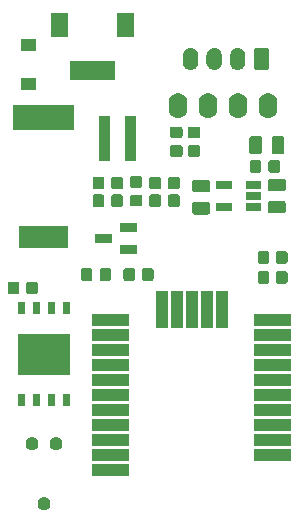
<source format=gbr>
G04 #@! TF.GenerationSoftware,KiCad,Pcbnew,(5.1.5)-3*
G04 #@! TF.CreationDate,2021-08-13T12:39:49-07:00*
G04 #@! TF.ProjectId,Freesk8-Robogotchi-v1.5,46726565-736b-4382-9d52-6f626f676f74,rev?*
G04 #@! TF.SameCoordinates,Original*
G04 #@! TF.FileFunction,Soldermask,Top*
G04 #@! TF.FilePolarity,Negative*
%FSLAX46Y46*%
G04 Gerber Fmt 4.6, Leading zero omitted, Abs format (unit mm)*
G04 Created by KiCad (PCBNEW (5.1.5)-3) date 2021-08-13 12:39:49*
%MOMM*%
%LPD*%
G04 APERTURE LIST*
%ADD10C,0.100000*%
G04 APERTURE END LIST*
D10*
G36*
X129859408Y-122214501D02*
G01*
X129958863Y-122255697D01*
X129958865Y-122255698D01*
X130003923Y-122285805D01*
X130048372Y-122315505D01*
X130124495Y-122391628D01*
X130184303Y-122481137D01*
X130225499Y-122580592D01*
X130246500Y-122686173D01*
X130246500Y-122793827D01*
X130225499Y-122899408D01*
X130184303Y-122998863D01*
X130184302Y-122998865D01*
X130124494Y-123088373D01*
X130048373Y-123164494D01*
X129958865Y-123224302D01*
X129958864Y-123224303D01*
X129958863Y-123224303D01*
X129859408Y-123265499D01*
X129753827Y-123286500D01*
X129646173Y-123286500D01*
X129540592Y-123265499D01*
X129441137Y-123224303D01*
X129441136Y-123224303D01*
X129441135Y-123224302D01*
X129351627Y-123164494D01*
X129275506Y-123088373D01*
X129215698Y-122998865D01*
X129215697Y-122998863D01*
X129174501Y-122899408D01*
X129153500Y-122793827D01*
X129153500Y-122686173D01*
X129174501Y-122580592D01*
X129215697Y-122481137D01*
X129275505Y-122391628D01*
X129351628Y-122315505D01*
X129396077Y-122285805D01*
X129441135Y-122255698D01*
X129441137Y-122255697D01*
X129540592Y-122214501D01*
X129646173Y-122193500D01*
X129753827Y-122193500D01*
X129859408Y-122214501D01*
G37*
G36*
X136901000Y-120426000D02*
G01*
X133799000Y-120426000D01*
X133799000Y-119424000D01*
X136901000Y-119424000D01*
X136901000Y-120426000D01*
G37*
G36*
X136901000Y-119156000D02*
G01*
X133799000Y-119156000D01*
X133799000Y-118154000D01*
X136901000Y-118154000D01*
X136901000Y-119156000D01*
G37*
G36*
X150601000Y-119156000D02*
G01*
X147499000Y-119156000D01*
X147499000Y-118154000D01*
X150601000Y-118154000D01*
X150601000Y-119156000D01*
G37*
G36*
X130875408Y-117134501D02*
G01*
X130974863Y-117175697D01*
X130974865Y-117175698D01*
X131019923Y-117205805D01*
X131064372Y-117235505D01*
X131140495Y-117311628D01*
X131200303Y-117401137D01*
X131241499Y-117500592D01*
X131262500Y-117606173D01*
X131262500Y-117713827D01*
X131241499Y-117819408D01*
X131213915Y-117886000D01*
X131200302Y-117918865D01*
X131140494Y-118008373D01*
X131064373Y-118084494D01*
X130974865Y-118144302D01*
X130974864Y-118144303D01*
X130974863Y-118144303D01*
X130875408Y-118185499D01*
X130769827Y-118206500D01*
X130662173Y-118206500D01*
X130556592Y-118185499D01*
X130457137Y-118144303D01*
X130457136Y-118144303D01*
X130457135Y-118144302D01*
X130367627Y-118084494D01*
X130291506Y-118008373D01*
X130231698Y-117918865D01*
X130218085Y-117886000D01*
X130190501Y-117819408D01*
X130169500Y-117713827D01*
X130169500Y-117606173D01*
X130190501Y-117500592D01*
X130231697Y-117401137D01*
X130291505Y-117311628D01*
X130367628Y-117235505D01*
X130412077Y-117205805D01*
X130457135Y-117175698D01*
X130457137Y-117175697D01*
X130556592Y-117134501D01*
X130662173Y-117113500D01*
X130769827Y-117113500D01*
X130875408Y-117134501D01*
G37*
G36*
X128843408Y-117134501D02*
G01*
X128942863Y-117175697D01*
X128942865Y-117175698D01*
X128987923Y-117205805D01*
X129032372Y-117235505D01*
X129108495Y-117311628D01*
X129168303Y-117401137D01*
X129209499Y-117500592D01*
X129230500Y-117606173D01*
X129230500Y-117713827D01*
X129209499Y-117819408D01*
X129181915Y-117886000D01*
X129168302Y-117918865D01*
X129108494Y-118008373D01*
X129032373Y-118084494D01*
X128942865Y-118144302D01*
X128942864Y-118144303D01*
X128942863Y-118144303D01*
X128843408Y-118185499D01*
X128737827Y-118206500D01*
X128630173Y-118206500D01*
X128524592Y-118185499D01*
X128425137Y-118144303D01*
X128425136Y-118144303D01*
X128425135Y-118144302D01*
X128335627Y-118084494D01*
X128259506Y-118008373D01*
X128199698Y-117918865D01*
X128186085Y-117886000D01*
X128158501Y-117819408D01*
X128137500Y-117713827D01*
X128137500Y-117606173D01*
X128158501Y-117500592D01*
X128199697Y-117401137D01*
X128259505Y-117311628D01*
X128335628Y-117235505D01*
X128380077Y-117205805D01*
X128425135Y-117175698D01*
X128425137Y-117175697D01*
X128524592Y-117134501D01*
X128630173Y-117113500D01*
X128737827Y-117113500D01*
X128843408Y-117134501D01*
G37*
G36*
X150601000Y-117886000D02*
G01*
X147499000Y-117886000D01*
X147499000Y-116884000D01*
X150601000Y-116884000D01*
X150601000Y-117886000D01*
G37*
G36*
X136901000Y-117886000D02*
G01*
X133799000Y-117886000D01*
X133799000Y-116884000D01*
X136901000Y-116884000D01*
X136901000Y-117886000D01*
G37*
G36*
X136901000Y-116616000D02*
G01*
X133799000Y-116616000D01*
X133799000Y-115614000D01*
X136901000Y-115614000D01*
X136901000Y-116616000D01*
G37*
G36*
X150601000Y-116616000D02*
G01*
X147499000Y-116616000D01*
X147499000Y-115614000D01*
X150601000Y-115614000D01*
X150601000Y-116616000D01*
G37*
G36*
X150601000Y-115346000D02*
G01*
X147499000Y-115346000D01*
X147499000Y-114344000D01*
X150601000Y-114344000D01*
X150601000Y-115346000D01*
G37*
G36*
X136901000Y-115346000D02*
G01*
X133799000Y-115346000D01*
X133799000Y-114344000D01*
X136901000Y-114344000D01*
X136901000Y-115346000D01*
G37*
G36*
X131876000Y-114516000D02*
G01*
X131334000Y-114516000D01*
X131334000Y-113474000D01*
X131876000Y-113474000D01*
X131876000Y-114516000D01*
G37*
G36*
X128066000Y-114516000D02*
G01*
X127524000Y-114516000D01*
X127524000Y-113474000D01*
X128066000Y-113474000D01*
X128066000Y-114516000D01*
G37*
G36*
X130606000Y-114516000D02*
G01*
X130064000Y-114516000D01*
X130064000Y-113474000D01*
X130606000Y-113474000D01*
X130606000Y-114516000D01*
G37*
G36*
X129336000Y-114516000D02*
G01*
X128794000Y-114516000D01*
X128794000Y-113474000D01*
X129336000Y-113474000D01*
X129336000Y-114516000D01*
G37*
G36*
X150601000Y-114076000D02*
G01*
X147499000Y-114076000D01*
X147499000Y-113074000D01*
X150601000Y-113074000D01*
X150601000Y-114076000D01*
G37*
G36*
X136901000Y-114076000D02*
G01*
X133799000Y-114076000D01*
X133799000Y-113074000D01*
X136901000Y-113074000D01*
X136901000Y-114076000D01*
G37*
G36*
X136901000Y-112806000D02*
G01*
X133799000Y-112806000D01*
X133799000Y-111804000D01*
X136901000Y-111804000D01*
X136901000Y-112806000D01*
G37*
G36*
X150601000Y-112806000D02*
G01*
X147499000Y-112806000D01*
X147499000Y-111804000D01*
X150601000Y-111804000D01*
X150601000Y-112806000D01*
G37*
G36*
X131901000Y-111851000D02*
G01*
X127499000Y-111851000D01*
X127499000Y-108349000D01*
X131901000Y-108349000D01*
X131901000Y-111851000D01*
G37*
G36*
X136901000Y-111536000D02*
G01*
X133799000Y-111536000D01*
X133799000Y-110534000D01*
X136901000Y-110534000D01*
X136901000Y-111536000D01*
G37*
G36*
X150601000Y-111536000D02*
G01*
X147499000Y-111536000D01*
X147499000Y-110534000D01*
X150601000Y-110534000D01*
X150601000Y-111536000D01*
G37*
G36*
X136901000Y-110266000D02*
G01*
X133799000Y-110266000D01*
X133799000Y-109264000D01*
X136901000Y-109264000D01*
X136901000Y-110266000D01*
G37*
G36*
X150601000Y-110266000D02*
G01*
X147499000Y-110266000D01*
X147499000Y-109264000D01*
X150601000Y-109264000D01*
X150601000Y-110266000D01*
G37*
G36*
X150601000Y-108996000D02*
G01*
X147499000Y-108996000D01*
X147499000Y-107994000D01*
X150601000Y-107994000D01*
X150601000Y-108996000D01*
G37*
G36*
X136901000Y-108996000D02*
G01*
X133799000Y-108996000D01*
X133799000Y-107994000D01*
X136901000Y-107994000D01*
X136901000Y-108996000D01*
G37*
G36*
X145241000Y-107876000D02*
G01*
X144239000Y-107876000D01*
X144239000Y-104774000D01*
X145241000Y-104774000D01*
X145241000Y-107876000D01*
G37*
G36*
X143971000Y-107876000D02*
G01*
X142969000Y-107876000D01*
X142969000Y-104774000D01*
X143971000Y-104774000D01*
X143971000Y-107876000D01*
G37*
G36*
X142701000Y-107876000D02*
G01*
X141699000Y-107876000D01*
X141699000Y-104774000D01*
X142701000Y-104774000D01*
X142701000Y-107876000D01*
G37*
G36*
X141431000Y-107876000D02*
G01*
X140429000Y-107876000D01*
X140429000Y-104774000D01*
X141431000Y-104774000D01*
X141431000Y-107876000D01*
G37*
G36*
X140161000Y-107876000D02*
G01*
X139159000Y-107876000D01*
X139159000Y-104774000D01*
X140161000Y-104774000D01*
X140161000Y-107876000D01*
G37*
G36*
X150601000Y-107726000D02*
G01*
X147499000Y-107726000D01*
X147499000Y-106724000D01*
X150601000Y-106724000D01*
X150601000Y-107726000D01*
G37*
G36*
X136901000Y-107726000D02*
G01*
X133799000Y-107726000D01*
X133799000Y-106724000D01*
X136901000Y-106724000D01*
X136901000Y-107726000D01*
G37*
G36*
X131876000Y-106726000D02*
G01*
X131334000Y-106726000D01*
X131334000Y-105684000D01*
X131876000Y-105684000D01*
X131876000Y-106726000D01*
G37*
G36*
X130606000Y-106726000D02*
G01*
X130064000Y-106726000D01*
X130064000Y-105684000D01*
X130606000Y-105684000D01*
X130606000Y-106726000D01*
G37*
G36*
X128066000Y-106726000D02*
G01*
X127524000Y-106726000D01*
X127524000Y-105684000D01*
X128066000Y-105684000D01*
X128066000Y-106726000D01*
G37*
G36*
X129336000Y-106726000D02*
G01*
X128794000Y-106726000D01*
X128794000Y-105684000D01*
X129336000Y-105684000D01*
X129336000Y-106726000D01*
G37*
G36*
X129029591Y-103978085D02*
G01*
X129063569Y-103988393D01*
X129094890Y-104005134D01*
X129122339Y-104027661D01*
X129144866Y-104055110D01*
X129161607Y-104086431D01*
X129171915Y-104120409D01*
X129176000Y-104161890D01*
X129176000Y-104838110D01*
X129171915Y-104879591D01*
X129161607Y-104913569D01*
X129144866Y-104944890D01*
X129122339Y-104972339D01*
X129094890Y-104994866D01*
X129063569Y-105011607D01*
X129029591Y-105021915D01*
X128988110Y-105026000D01*
X128386890Y-105026000D01*
X128345409Y-105021915D01*
X128311431Y-105011607D01*
X128280110Y-104994866D01*
X128252661Y-104972339D01*
X128230134Y-104944890D01*
X128213393Y-104913569D01*
X128203085Y-104879591D01*
X128199000Y-104838110D01*
X128199000Y-104161890D01*
X128203085Y-104120409D01*
X128213393Y-104086431D01*
X128230134Y-104055110D01*
X128252661Y-104027661D01*
X128280110Y-104005134D01*
X128311431Y-103988393D01*
X128345409Y-103978085D01*
X128386890Y-103974000D01*
X128988110Y-103974000D01*
X129029591Y-103978085D01*
G37*
G36*
X127454591Y-103978085D02*
G01*
X127488569Y-103988393D01*
X127519890Y-104005134D01*
X127547339Y-104027661D01*
X127569866Y-104055110D01*
X127586607Y-104086431D01*
X127596915Y-104120409D01*
X127601000Y-104161890D01*
X127601000Y-104838110D01*
X127596915Y-104879591D01*
X127586607Y-104913569D01*
X127569866Y-104944890D01*
X127547339Y-104972339D01*
X127519890Y-104994866D01*
X127488569Y-105011607D01*
X127454591Y-105021915D01*
X127413110Y-105026000D01*
X126811890Y-105026000D01*
X126770409Y-105021915D01*
X126736431Y-105011607D01*
X126705110Y-104994866D01*
X126677661Y-104972339D01*
X126655134Y-104944890D01*
X126638393Y-104913569D01*
X126628085Y-104879591D01*
X126624000Y-104838110D01*
X126624000Y-104161890D01*
X126628085Y-104120409D01*
X126638393Y-104086431D01*
X126655134Y-104055110D01*
X126677661Y-104027661D01*
X126705110Y-104005134D01*
X126736431Y-103988393D01*
X126770409Y-103978085D01*
X126811890Y-103974000D01*
X127413110Y-103974000D01*
X127454591Y-103978085D01*
G37*
G36*
X148604591Y-103078085D02*
G01*
X148638569Y-103088393D01*
X148669890Y-103105134D01*
X148697339Y-103127661D01*
X148719866Y-103155110D01*
X148736607Y-103186431D01*
X148746915Y-103220409D01*
X148751000Y-103261890D01*
X148751000Y-103938110D01*
X148746915Y-103979591D01*
X148736607Y-104013569D01*
X148719866Y-104044890D01*
X148697339Y-104072339D01*
X148669890Y-104094866D01*
X148638569Y-104111607D01*
X148604591Y-104121915D01*
X148563110Y-104126000D01*
X147961890Y-104126000D01*
X147920409Y-104121915D01*
X147886431Y-104111607D01*
X147855110Y-104094866D01*
X147827661Y-104072339D01*
X147805134Y-104044890D01*
X147788393Y-104013569D01*
X147778085Y-103979591D01*
X147774000Y-103938110D01*
X147774000Y-103261890D01*
X147778085Y-103220409D01*
X147788393Y-103186431D01*
X147805134Y-103155110D01*
X147827661Y-103127661D01*
X147855110Y-103105134D01*
X147886431Y-103088393D01*
X147920409Y-103078085D01*
X147961890Y-103074000D01*
X148563110Y-103074000D01*
X148604591Y-103078085D01*
G37*
G36*
X150179591Y-103078085D02*
G01*
X150213569Y-103088393D01*
X150244890Y-103105134D01*
X150272339Y-103127661D01*
X150294866Y-103155110D01*
X150311607Y-103186431D01*
X150321915Y-103220409D01*
X150326000Y-103261890D01*
X150326000Y-103938110D01*
X150321915Y-103979591D01*
X150311607Y-104013569D01*
X150294866Y-104044890D01*
X150272339Y-104072339D01*
X150244890Y-104094866D01*
X150213569Y-104111607D01*
X150179591Y-104121915D01*
X150138110Y-104126000D01*
X149536890Y-104126000D01*
X149495409Y-104121915D01*
X149461431Y-104111607D01*
X149430110Y-104094866D01*
X149402661Y-104072339D01*
X149380134Y-104044890D01*
X149363393Y-104013569D01*
X149353085Y-103979591D01*
X149349000Y-103938110D01*
X149349000Y-103261890D01*
X149353085Y-103220409D01*
X149363393Y-103186431D01*
X149380134Y-103155110D01*
X149402661Y-103127661D01*
X149430110Y-103105134D01*
X149461431Y-103088393D01*
X149495409Y-103078085D01*
X149536890Y-103074000D01*
X150138110Y-103074000D01*
X150179591Y-103078085D01*
G37*
G36*
X137254591Y-102828085D02*
G01*
X137288569Y-102838393D01*
X137319890Y-102855134D01*
X137347339Y-102877661D01*
X137369866Y-102905110D01*
X137386607Y-102936431D01*
X137396915Y-102970409D01*
X137401000Y-103011890D01*
X137401000Y-103688110D01*
X137396915Y-103729591D01*
X137386607Y-103763569D01*
X137369866Y-103794890D01*
X137347339Y-103822339D01*
X137319890Y-103844866D01*
X137288569Y-103861607D01*
X137254591Y-103871915D01*
X137213110Y-103876000D01*
X136611890Y-103876000D01*
X136570409Y-103871915D01*
X136536431Y-103861607D01*
X136505110Y-103844866D01*
X136477661Y-103822339D01*
X136455134Y-103794890D01*
X136438393Y-103763569D01*
X136428085Y-103729591D01*
X136424000Y-103688110D01*
X136424000Y-103011890D01*
X136428085Y-102970409D01*
X136438393Y-102936431D01*
X136455134Y-102905110D01*
X136477661Y-102877661D01*
X136505110Y-102855134D01*
X136536431Y-102838393D01*
X136570409Y-102828085D01*
X136611890Y-102824000D01*
X137213110Y-102824000D01*
X137254591Y-102828085D01*
G37*
G36*
X138829591Y-102828085D02*
G01*
X138863569Y-102838393D01*
X138894890Y-102855134D01*
X138922339Y-102877661D01*
X138944866Y-102905110D01*
X138961607Y-102936431D01*
X138971915Y-102970409D01*
X138976000Y-103011890D01*
X138976000Y-103688110D01*
X138971915Y-103729591D01*
X138961607Y-103763569D01*
X138944866Y-103794890D01*
X138922339Y-103822339D01*
X138894890Y-103844866D01*
X138863569Y-103861607D01*
X138829591Y-103871915D01*
X138788110Y-103876000D01*
X138186890Y-103876000D01*
X138145409Y-103871915D01*
X138111431Y-103861607D01*
X138080110Y-103844866D01*
X138052661Y-103822339D01*
X138030134Y-103794890D01*
X138013393Y-103763569D01*
X138003085Y-103729591D01*
X137999000Y-103688110D01*
X137999000Y-103011890D01*
X138003085Y-102970409D01*
X138013393Y-102936431D01*
X138030134Y-102905110D01*
X138052661Y-102877661D01*
X138080110Y-102855134D01*
X138111431Y-102838393D01*
X138145409Y-102828085D01*
X138186890Y-102824000D01*
X138788110Y-102824000D01*
X138829591Y-102828085D01*
G37*
G36*
X135229591Y-102828085D02*
G01*
X135263569Y-102838393D01*
X135294890Y-102855134D01*
X135322339Y-102877661D01*
X135344866Y-102905110D01*
X135361607Y-102936431D01*
X135371915Y-102970409D01*
X135376000Y-103011890D01*
X135376000Y-103688110D01*
X135371915Y-103729591D01*
X135361607Y-103763569D01*
X135344866Y-103794890D01*
X135322339Y-103822339D01*
X135294890Y-103844866D01*
X135263569Y-103861607D01*
X135229591Y-103871915D01*
X135188110Y-103876000D01*
X134586890Y-103876000D01*
X134545409Y-103871915D01*
X134511431Y-103861607D01*
X134480110Y-103844866D01*
X134452661Y-103822339D01*
X134430134Y-103794890D01*
X134413393Y-103763569D01*
X134403085Y-103729591D01*
X134399000Y-103688110D01*
X134399000Y-103011890D01*
X134403085Y-102970409D01*
X134413393Y-102936431D01*
X134430134Y-102905110D01*
X134452661Y-102877661D01*
X134480110Y-102855134D01*
X134511431Y-102838393D01*
X134545409Y-102828085D01*
X134586890Y-102824000D01*
X135188110Y-102824000D01*
X135229591Y-102828085D01*
G37*
G36*
X133654591Y-102828085D02*
G01*
X133688569Y-102838393D01*
X133719890Y-102855134D01*
X133747339Y-102877661D01*
X133769866Y-102905110D01*
X133786607Y-102936431D01*
X133796915Y-102970409D01*
X133801000Y-103011890D01*
X133801000Y-103688110D01*
X133796915Y-103729591D01*
X133786607Y-103763569D01*
X133769866Y-103794890D01*
X133747339Y-103822339D01*
X133719890Y-103844866D01*
X133688569Y-103861607D01*
X133654591Y-103871915D01*
X133613110Y-103876000D01*
X133011890Y-103876000D01*
X132970409Y-103871915D01*
X132936431Y-103861607D01*
X132905110Y-103844866D01*
X132877661Y-103822339D01*
X132855134Y-103794890D01*
X132838393Y-103763569D01*
X132828085Y-103729591D01*
X132824000Y-103688110D01*
X132824000Y-103011890D01*
X132828085Y-102970409D01*
X132838393Y-102936431D01*
X132855134Y-102905110D01*
X132877661Y-102877661D01*
X132905110Y-102855134D01*
X132936431Y-102838393D01*
X132970409Y-102828085D01*
X133011890Y-102824000D01*
X133613110Y-102824000D01*
X133654591Y-102828085D01*
G37*
G36*
X148604591Y-101378085D02*
G01*
X148638569Y-101388393D01*
X148669890Y-101405134D01*
X148697339Y-101427661D01*
X148719866Y-101455110D01*
X148736607Y-101486431D01*
X148746915Y-101520409D01*
X148751000Y-101561890D01*
X148751000Y-102238110D01*
X148746915Y-102279591D01*
X148736607Y-102313569D01*
X148719866Y-102344890D01*
X148697339Y-102372339D01*
X148669890Y-102394866D01*
X148638569Y-102411607D01*
X148604591Y-102421915D01*
X148563110Y-102426000D01*
X147961890Y-102426000D01*
X147920409Y-102421915D01*
X147886431Y-102411607D01*
X147855110Y-102394866D01*
X147827661Y-102372339D01*
X147805134Y-102344890D01*
X147788393Y-102313569D01*
X147778085Y-102279591D01*
X147774000Y-102238110D01*
X147774000Y-101561890D01*
X147778085Y-101520409D01*
X147788393Y-101486431D01*
X147805134Y-101455110D01*
X147827661Y-101427661D01*
X147855110Y-101405134D01*
X147886431Y-101388393D01*
X147920409Y-101378085D01*
X147961890Y-101374000D01*
X148563110Y-101374000D01*
X148604591Y-101378085D01*
G37*
G36*
X150179591Y-101378085D02*
G01*
X150213569Y-101388393D01*
X150244890Y-101405134D01*
X150272339Y-101427661D01*
X150294866Y-101455110D01*
X150311607Y-101486431D01*
X150321915Y-101520409D01*
X150326000Y-101561890D01*
X150326000Y-102238110D01*
X150321915Y-102279591D01*
X150311607Y-102313569D01*
X150294866Y-102344890D01*
X150272339Y-102372339D01*
X150244890Y-102394866D01*
X150213569Y-102411607D01*
X150179591Y-102421915D01*
X150138110Y-102426000D01*
X149536890Y-102426000D01*
X149495409Y-102421915D01*
X149461431Y-102411607D01*
X149430110Y-102394866D01*
X149402661Y-102372339D01*
X149380134Y-102344890D01*
X149363393Y-102313569D01*
X149353085Y-102279591D01*
X149349000Y-102238110D01*
X149349000Y-101561890D01*
X149353085Y-101520409D01*
X149363393Y-101486431D01*
X149380134Y-101455110D01*
X149402661Y-101427661D01*
X149430110Y-101405134D01*
X149461431Y-101388393D01*
X149495409Y-101378085D01*
X149536890Y-101374000D01*
X150138110Y-101374000D01*
X150179591Y-101378085D01*
G37*
G36*
X137570000Y-101620000D02*
G01*
X136130000Y-101620000D01*
X136130000Y-100880000D01*
X137570000Y-100880000D01*
X137570000Y-101620000D01*
G37*
G36*
X131701000Y-101076000D02*
G01*
X127599000Y-101076000D01*
X127599000Y-99274000D01*
X131701000Y-99274000D01*
X131701000Y-101076000D01*
G37*
G36*
X135470000Y-100670000D02*
G01*
X134030000Y-100670000D01*
X134030000Y-99930000D01*
X135470000Y-99930000D01*
X135470000Y-100670000D01*
G37*
G36*
X137570000Y-99720000D02*
G01*
X136130000Y-99720000D01*
X136130000Y-98980000D01*
X137570000Y-98980000D01*
X137570000Y-99720000D01*
G37*
G36*
X143584468Y-97203565D02*
G01*
X143623138Y-97215296D01*
X143658777Y-97234346D01*
X143690017Y-97259983D01*
X143715654Y-97291223D01*
X143734704Y-97326862D01*
X143746435Y-97365532D01*
X143751000Y-97411888D01*
X143751000Y-98063112D01*
X143746435Y-98109468D01*
X143734704Y-98148138D01*
X143715654Y-98183777D01*
X143690017Y-98215017D01*
X143658777Y-98240654D01*
X143623138Y-98259704D01*
X143584468Y-98271435D01*
X143538112Y-98276000D01*
X142461888Y-98276000D01*
X142415532Y-98271435D01*
X142376862Y-98259704D01*
X142341223Y-98240654D01*
X142309983Y-98215017D01*
X142284346Y-98183777D01*
X142265296Y-98148138D01*
X142253565Y-98109468D01*
X142249000Y-98063112D01*
X142249000Y-97411888D01*
X142253565Y-97365532D01*
X142265296Y-97326862D01*
X142284346Y-97291223D01*
X142309983Y-97259983D01*
X142341223Y-97234346D01*
X142376862Y-97215296D01*
X142415532Y-97203565D01*
X142461888Y-97199000D01*
X143538112Y-97199000D01*
X143584468Y-97203565D01*
G37*
G36*
X149984468Y-97103565D02*
G01*
X150023138Y-97115296D01*
X150058777Y-97134346D01*
X150090017Y-97159983D01*
X150115654Y-97191223D01*
X150134704Y-97226862D01*
X150146435Y-97265532D01*
X150151000Y-97311888D01*
X150151000Y-97963112D01*
X150146435Y-98009468D01*
X150134704Y-98048138D01*
X150115654Y-98083777D01*
X150090017Y-98115017D01*
X150058777Y-98140654D01*
X150023138Y-98159704D01*
X149984468Y-98171435D01*
X149938112Y-98176000D01*
X148861888Y-98176000D01*
X148815532Y-98171435D01*
X148776862Y-98159704D01*
X148741223Y-98140654D01*
X148709983Y-98115017D01*
X148684346Y-98083777D01*
X148665296Y-98048138D01*
X148653565Y-98009468D01*
X148649000Y-97963112D01*
X148649000Y-97311888D01*
X148653565Y-97265532D01*
X148665296Y-97226862D01*
X148684346Y-97191223D01*
X148709983Y-97159983D01*
X148741223Y-97134346D01*
X148776862Y-97115296D01*
X148815532Y-97103565D01*
X148861888Y-97099000D01*
X149938112Y-97099000D01*
X149984468Y-97103565D01*
G37*
G36*
X145601000Y-97996000D02*
G01*
X144289000Y-97996000D01*
X144289000Y-97304000D01*
X145601000Y-97304000D01*
X145601000Y-97996000D01*
G37*
G36*
X148111000Y-97996000D02*
G01*
X146799000Y-97996000D01*
X146799000Y-97304000D01*
X148111000Y-97304000D01*
X148111000Y-97996000D01*
G37*
G36*
X134642091Y-96578085D02*
G01*
X134676069Y-96588393D01*
X134707390Y-96605134D01*
X134734839Y-96627661D01*
X134757366Y-96655110D01*
X134774107Y-96686431D01*
X134784415Y-96720409D01*
X134788500Y-96761890D01*
X134788500Y-97438110D01*
X134784415Y-97479591D01*
X134774107Y-97513569D01*
X134757366Y-97544890D01*
X134734839Y-97572339D01*
X134707390Y-97594866D01*
X134676069Y-97611607D01*
X134642091Y-97621915D01*
X134600610Y-97626000D01*
X133999390Y-97626000D01*
X133957909Y-97621915D01*
X133923931Y-97611607D01*
X133892610Y-97594866D01*
X133865161Y-97572339D01*
X133842634Y-97544890D01*
X133825893Y-97513569D01*
X133815585Y-97479591D01*
X133811500Y-97438110D01*
X133811500Y-96761890D01*
X133815585Y-96720409D01*
X133825893Y-96686431D01*
X133842634Y-96655110D01*
X133865161Y-96627661D01*
X133892610Y-96605134D01*
X133923931Y-96588393D01*
X133957909Y-96578085D01*
X133999390Y-96574000D01*
X134600610Y-96574000D01*
X134642091Y-96578085D01*
G37*
G36*
X139454591Y-96578085D02*
G01*
X139488569Y-96588393D01*
X139519890Y-96605134D01*
X139547339Y-96627661D01*
X139569866Y-96655110D01*
X139586607Y-96686431D01*
X139596915Y-96720409D01*
X139601000Y-96761890D01*
X139601000Y-97438110D01*
X139596915Y-97479591D01*
X139586607Y-97513569D01*
X139569866Y-97544890D01*
X139547339Y-97572339D01*
X139519890Y-97594866D01*
X139488569Y-97611607D01*
X139454591Y-97621915D01*
X139413110Y-97626000D01*
X138811890Y-97626000D01*
X138770409Y-97621915D01*
X138736431Y-97611607D01*
X138705110Y-97594866D01*
X138677661Y-97572339D01*
X138655134Y-97544890D01*
X138638393Y-97513569D01*
X138628085Y-97479591D01*
X138624000Y-97438110D01*
X138624000Y-96761890D01*
X138628085Y-96720409D01*
X138638393Y-96686431D01*
X138655134Y-96655110D01*
X138677661Y-96627661D01*
X138705110Y-96605134D01*
X138736431Y-96588393D01*
X138770409Y-96578085D01*
X138811890Y-96574000D01*
X139413110Y-96574000D01*
X139454591Y-96578085D01*
G37*
G36*
X136217091Y-96578085D02*
G01*
X136251069Y-96588393D01*
X136282390Y-96605134D01*
X136309839Y-96627661D01*
X136332366Y-96655110D01*
X136349107Y-96686431D01*
X136359415Y-96720409D01*
X136363500Y-96761890D01*
X136363500Y-97438110D01*
X136359415Y-97479591D01*
X136349107Y-97513569D01*
X136332366Y-97544890D01*
X136309839Y-97572339D01*
X136282390Y-97594866D01*
X136251069Y-97611607D01*
X136217091Y-97621915D01*
X136175610Y-97626000D01*
X135574390Y-97626000D01*
X135532909Y-97621915D01*
X135498931Y-97611607D01*
X135467610Y-97594866D01*
X135440161Y-97572339D01*
X135417634Y-97544890D01*
X135400893Y-97513569D01*
X135390585Y-97479591D01*
X135386500Y-97438110D01*
X135386500Y-96761890D01*
X135390585Y-96720409D01*
X135400893Y-96686431D01*
X135417634Y-96655110D01*
X135440161Y-96627661D01*
X135467610Y-96605134D01*
X135498931Y-96588393D01*
X135532909Y-96578085D01*
X135574390Y-96574000D01*
X136175610Y-96574000D01*
X136217091Y-96578085D01*
G37*
G36*
X141029591Y-96578085D02*
G01*
X141063569Y-96588393D01*
X141094890Y-96605134D01*
X141122339Y-96627661D01*
X141144866Y-96655110D01*
X141161607Y-96686431D01*
X141171915Y-96720409D01*
X141176000Y-96761890D01*
X141176000Y-97438110D01*
X141171915Y-97479591D01*
X141161607Y-97513569D01*
X141144866Y-97544890D01*
X141122339Y-97572339D01*
X141094890Y-97594866D01*
X141063569Y-97611607D01*
X141029591Y-97621915D01*
X140988110Y-97626000D01*
X140386890Y-97626000D01*
X140345409Y-97621915D01*
X140311431Y-97611607D01*
X140280110Y-97594866D01*
X140252661Y-97572339D01*
X140230134Y-97544890D01*
X140213393Y-97513569D01*
X140203085Y-97479591D01*
X140199000Y-97438110D01*
X140199000Y-96761890D01*
X140203085Y-96720409D01*
X140213393Y-96686431D01*
X140230134Y-96655110D01*
X140252661Y-96627661D01*
X140280110Y-96605134D01*
X140311431Y-96588393D01*
X140345409Y-96578085D01*
X140386890Y-96574000D01*
X140988110Y-96574000D01*
X141029591Y-96578085D01*
G37*
G36*
X137879591Y-96603085D02*
G01*
X137913569Y-96613393D01*
X137944890Y-96630134D01*
X137972339Y-96652661D01*
X137994866Y-96680110D01*
X138011607Y-96711431D01*
X138021915Y-96745409D01*
X138026000Y-96786890D01*
X138026000Y-97388110D01*
X138021915Y-97429591D01*
X138011607Y-97463569D01*
X137994866Y-97494890D01*
X137972339Y-97522339D01*
X137944890Y-97544866D01*
X137913569Y-97561607D01*
X137879591Y-97571915D01*
X137838110Y-97576000D01*
X137161890Y-97576000D01*
X137120409Y-97571915D01*
X137086431Y-97561607D01*
X137055110Y-97544866D01*
X137027661Y-97522339D01*
X137005134Y-97494890D01*
X136988393Y-97463569D01*
X136978085Y-97429591D01*
X136974000Y-97388110D01*
X136974000Y-96786890D01*
X136978085Y-96745409D01*
X136988393Y-96711431D01*
X137005134Y-96680110D01*
X137027661Y-96652661D01*
X137055110Y-96630134D01*
X137086431Y-96613393D01*
X137120409Y-96603085D01*
X137161890Y-96599000D01*
X137838110Y-96599000D01*
X137879591Y-96603085D01*
G37*
G36*
X148111000Y-97046000D02*
G01*
X146799000Y-97046000D01*
X146799000Y-96354000D01*
X148111000Y-96354000D01*
X148111000Y-97046000D01*
G37*
G36*
X143584468Y-95328565D02*
G01*
X143623138Y-95340296D01*
X143658777Y-95359346D01*
X143690017Y-95384983D01*
X143715654Y-95416223D01*
X143734704Y-95451862D01*
X143746435Y-95490532D01*
X143751000Y-95536888D01*
X143751000Y-96188112D01*
X143746435Y-96234468D01*
X143734704Y-96273138D01*
X143715654Y-96308777D01*
X143690017Y-96340017D01*
X143658777Y-96365654D01*
X143623138Y-96384704D01*
X143584468Y-96396435D01*
X143538112Y-96401000D01*
X142461888Y-96401000D01*
X142415532Y-96396435D01*
X142376862Y-96384704D01*
X142341223Y-96365654D01*
X142309983Y-96340017D01*
X142284346Y-96308777D01*
X142265296Y-96273138D01*
X142253565Y-96234468D01*
X142249000Y-96188112D01*
X142249000Y-95536888D01*
X142253565Y-95490532D01*
X142265296Y-95451862D01*
X142284346Y-95416223D01*
X142309983Y-95384983D01*
X142341223Y-95359346D01*
X142376862Y-95340296D01*
X142415532Y-95328565D01*
X142461888Y-95324000D01*
X143538112Y-95324000D01*
X143584468Y-95328565D01*
G37*
G36*
X149984468Y-95228565D02*
G01*
X150023138Y-95240296D01*
X150058777Y-95259346D01*
X150090017Y-95284983D01*
X150115654Y-95316223D01*
X150134704Y-95351862D01*
X150146435Y-95390532D01*
X150151000Y-95436888D01*
X150151000Y-96088112D01*
X150146435Y-96134468D01*
X150134704Y-96173138D01*
X150115654Y-96208777D01*
X150090017Y-96240017D01*
X150058777Y-96265654D01*
X150023138Y-96284704D01*
X149984468Y-96296435D01*
X149938112Y-96301000D01*
X148861888Y-96301000D01*
X148815532Y-96296435D01*
X148776862Y-96284704D01*
X148741223Y-96265654D01*
X148709983Y-96240017D01*
X148684346Y-96208777D01*
X148665296Y-96173138D01*
X148653565Y-96134468D01*
X148649000Y-96088112D01*
X148649000Y-95436888D01*
X148653565Y-95390532D01*
X148665296Y-95351862D01*
X148684346Y-95316223D01*
X148709983Y-95284983D01*
X148741223Y-95259346D01*
X148776862Y-95240296D01*
X148815532Y-95228565D01*
X148861888Y-95224000D01*
X149938112Y-95224000D01*
X149984468Y-95228565D01*
G37*
G36*
X134654591Y-95078085D02*
G01*
X134688569Y-95088393D01*
X134719890Y-95105134D01*
X134747339Y-95127661D01*
X134769866Y-95155110D01*
X134786607Y-95186431D01*
X134796915Y-95220409D01*
X134801000Y-95261890D01*
X134801000Y-95938110D01*
X134796915Y-95979591D01*
X134786607Y-96013569D01*
X134769866Y-96044890D01*
X134747339Y-96072339D01*
X134719890Y-96094866D01*
X134688569Y-96111607D01*
X134654591Y-96121915D01*
X134613110Y-96126000D01*
X134011890Y-96126000D01*
X133970409Y-96121915D01*
X133936431Y-96111607D01*
X133905110Y-96094866D01*
X133877661Y-96072339D01*
X133855134Y-96044890D01*
X133838393Y-96013569D01*
X133828085Y-95979591D01*
X133824000Y-95938110D01*
X133824000Y-95261890D01*
X133828085Y-95220409D01*
X133838393Y-95186431D01*
X133855134Y-95155110D01*
X133877661Y-95127661D01*
X133905110Y-95105134D01*
X133936431Y-95088393D01*
X133970409Y-95078085D01*
X134011890Y-95074000D01*
X134613110Y-95074000D01*
X134654591Y-95078085D01*
G37*
G36*
X141029591Y-95078085D02*
G01*
X141063569Y-95088393D01*
X141094890Y-95105134D01*
X141122339Y-95127661D01*
X141144866Y-95155110D01*
X141161607Y-95186431D01*
X141171915Y-95220409D01*
X141176000Y-95261890D01*
X141176000Y-95938110D01*
X141171915Y-95979591D01*
X141161607Y-96013569D01*
X141144866Y-96044890D01*
X141122339Y-96072339D01*
X141094890Y-96094866D01*
X141063569Y-96111607D01*
X141029591Y-96121915D01*
X140988110Y-96126000D01*
X140386890Y-96126000D01*
X140345409Y-96121915D01*
X140311431Y-96111607D01*
X140280110Y-96094866D01*
X140252661Y-96072339D01*
X140230134Y-96044890D01*
X140213393Y-96013569D01*
X140203085Y-95979591D01*
X140199000Y-95938110D01*
X140199000Y-95261890D01*
X140203085Y-95220409D01*
X140213393Y-95186431D01*
X140230134Y-95155110D01*
X140252661Y-95127661D01*
X140280110Y-95105134D01*
X140311431Y-95088393D01*
X140345409Y-95078085D01*
X140386890Y-95074000D01*
X140988110Y-95074000D01*
X141029591Y-95078085D01*
G37*
G36*
X139454591Y-95078085D02*
G01*
X139488569Y-95088393D01*
X139519890Y-95105134D01*
X139547339Y-95127661D01*
X139569866Y-95155110D01*
X139586607Y-95186431D01*
X139596915Y-95220409D01*
X139601000Y-95261890D01*
X139601000Y-95938110D01*
X139596915Y-95979591D01*
X139586607Y-96013569D01*
X139569866Y-96044890D01*
X139547339Y-96072339D01*
X139519890Y-96094866D01*
X139488569Y-96111607D01*
X139454591Y-96121915D01*
X139413110Y-96126000D01*
X138811890Y-96126000D01*
X138770409Y-96121915D01*
X138736431Y-96111607D01*
X138705110Y-96094866D01*
X138677661Y-96072339D01*
X138655134Y-96044890D01*
X138638393Y-96013569D01*
X138628085Y-95979591D01*
X138624000Y-95938110D01*
X138624000Y-95261890D01*
X138628085Y-95220409D01*
X138638393Y-95186431D01*
X138655134Y-95155110D01*
X138677661Y-95127661D01*
X138705110Y-95105134D01*
X138736431Y-95088393D01*
X138770409Y-95078085D01*
X138811890Y-95074000D01*
X139413110Y-95074000D01*
X139454591Y-95078085D01*
G37*
G36*
X136229591Y-95078085D02*
G01*
X136263569Y-95088393D01*
X136294890Y-95105134D01*
X136322339Y-95127661D01*
X136344866Y-95155110D01*
X136361607Y-95186431D01*
X136371915Y-95220409D01*
X136376000Y-95261890D01*
X136376000Y-95938110D01*
X136371915Y-95979591D01*
X136361607Y-96013569D01*
X136344866Y-96044890D01*
X136322339Y-96072339D01*
X136294890Y-96094866D01*
X136263569Y-96111607D01*
X136229591Y-96121915D01*
X136188110Y-96126000D01*
X135586890Y-96126000D01*
X135545409Y-96121915D01*
X135511431Y-96111607D01*
X135480110Y-96094866D01*
X135452661Y-96072339D01*
X135430134Y-96044890D01*
X135413393Y-96013569D01*
X135403085Y-95979591D01*
X135399000Y-95938110D01*
X135399000Y-95261890D01*
X135403085Y-95220409D01*
X135413393Y-95186431D01*
X135430134Y-95155110D01*
X135452661Y-95127661D01*
X135480110Y-95105134D01*
X135511431Y-95088393D01*
X135545409Y-95078085D01*
X135586890Y-95074000D01*
X136188110Y-95074000D01*
X136229591Y-95078085D01*
G37*
G36*
X148111000Y-96096000D02*
G01*
X146799000Y-96096000D01*
X146799000Y-95404000D01*
X148111000Y-95404000D01*
X148111000Y-96096000D01*
G37*
G36*
X145601000Y-96096000D02*
G01*
X144289000Y-96096000D01*
X144289000Y-95404000D01*
X145601000Y-95404000D01*
X145601000Y-96096000D01*
G37*
G36*
X137879591Y-95028085D02*
G01*
X137913569Y-95038393D01*
X137944890Y-95055134D01*
X137972339Y-95077661D01*
X137994866Y-95105110D01*
X138011607Y-95136431D01*
X138021915Y-95170409D01*
X138026000Y-95211890D01*
X138026000Y-95813110D01*
X138021915Y-95854591D01*
X138011607Y-95888569D01*
X137994866Y-95919890D01*
X137972339Y-95947339D01*
X137944890Y-95969866D01*
X137913569Y-95986607D01*
X137879591Y-95996915D01*
X137838110Y-96001000D01*
X137161890Y-96001000D01*
X137120409Y-95996915D01*
X137086431Y-95986607D01*
X137055110Y-95969866D01*
X137027661Y-95947339D01*
X137005134Y-95919890D01*
X136988393Y-95888569D01*
X136978085Y-95854591D01*
X136974000Y-95813110D01*
X136974000Y-95211890D01*
X136978085Y-95170409D01*
X136988393Y-95136431D01*
X137005134Y-95105110D01*
X137027661Y-95077661D01*
X137055110Y-95055134D01*
X137086431Y-95038393D01*
X137120409Y-95028085D01*
X137161890Y-95024000D01*
X137838110Y-95024000D01*
X137879591Y-95028085D01*
G37*
G36*
X149529591Y-93678085D02*
G01*
X149563569Y-93688393D01*
X149594890Y-93705134D01*
X149622339Y-93727661D01*
X149644866Y-93755110D01*
X149661607Y-93786431D01*
X149671915Y-93820409D01*
X149676000Y-93861890D01*
X149676000Y-94538110D01*
X149671915Y-94579591D01*
X149661607Y-94613569D01*
X149644866Y-94644890D01*
X149622339Y-94672339D01*
X149594890Y-94694866D01*
X149563569Y-94711607D01*
X149529591Y-94721915D01*
X149488110Y-94726000D01*
X148886890Y-94726000D01*
X148845409Y-94721915D01*
X148811431Y-94711607D01*
X148780110Y-94694866D01*
X148752661Y-94672339D01*
X148730134Y-94644890D01*
X148713393Y-94613569D01*
X148703085Y-94579591D01*
X148699000Y-94538110D01*
X148699000Y-93861890D01*
X148703085Y-93820409D01*
X148713393Y-93786431D01*
X148730134Y-93755110D01*
X148752661Y-93727661D01*
X148780110Y-93705134D01*
X148811431Y-93688393D01*
X148845409Y-93678085D01*
X148886890Y-93674000D01*
X149488110Y-93674000D01*
X149529591Y-93678085D01*
G37*
G36*
X147954591Y-93678085D02*
G01*
X147988569Y-93688393D01*
X148019890Y-93705134D01*
X148047339Y-93727661D01*
X148069866Y-93755110D01*
X148086607Y-93786431D01*
X148096915Y-93820409D01*
X148101000Y-93861890D01*
X148101000Y-94538110D01*
X148096915Y-94579591D01*
X148086607Y-94613569D01*
X148069866Y-94644890D01*
X148047339Y-94672339D01*
X148019890Y-94694866D01*
X147988569Y-94711607D01*
X147954591Y-94721915D01*
X147913110Y-94726000D01*
X147311890Y-94726000D01*
X147270409Y-94721915D01*
X147236431Y-94711607D01*
X147205110Y-94694866D01*
X147177661Y-94672339D01*
X147155134Y-94644890D01*
X147138393Y-94613569D01*
X147128085Y-94579591D01*
X147124000Y-94538110D01*
X147124000Y-93861890D01*
X147128085Y-93820409D01*
X147138393Y-93786431D01*
X147155134Y-93755110D01*
X147177661Y-93727661D01*
X147205110Y-93705134D01*
X147236431Y-93688393D01*
X147270409Y-93678085D01*
X147311890Y-93674000D01*
X147913110Y-93674000D01*
X147954591Y-93678085D01*
G37*
G36*
X135251000Y-93751000D02*
G01*
X134349000Y-93751000D01*
X134349000Y-89949000D01*
X135251000Y-89949000D01*
X135251000Y-93751000D01*
G37*
G36*
X137451000Y-93751000D02*
G01*
X136549000Y-93751000D01*
X136549000Y-89949000D01*
X137451000Y-89949000D01*
X137451000Y-93751000D01*
G37*
G36*
X141279591Y-92403085D02*
G01*
X141313569Y-92413393D01*
X141344890Y-92430134D01*
X141372339Y-92452661D01*
X141394866Y-92480110D01*
X141411607Y-92511431D01*
X141421915Y-92545409D01*
X141426000Y-92586890D01*
X141426000Y-93188110D01*
X141421915Y-93229591D01*
X141411607Y-93263569D01*
X141394866Y-93294890D01*
X141372339Y-93322339D01*
X141344890Y-93344866D01*
X141313569Y-93361607D01*
X141279591Y-93371915D01*
X141238110Y-93376000D01*
X140561890Y-93376000D01*
X140520409Y-93371915D01*
X140486431Y-93361607D01*
X140455110Y-93344866D01*
X140427661Y-93322339D01*
X140405134Y-93294890D01*
X140388393Y-93263569D01*
X140378085Y-93229591D01*
X140374000Y-93188110D01*
X140374000Y-92586890D01*
X140378085Y-92545409D01*
X140388393Y-92511431D01*
X140405134Y-92480110D01*
X140427661Y-92452661D01*
X140455110Y-92430134D01*
X140486431Y-92413393D01*
X140520409Y-92403085D01*
X140561890Y-92399000D01*
X141238110Y-92399000D01*
X141279591Y-92403085D01*
G37*
G36*
X142779591Y-92403085D02*
G01*
X142813569Y-92413393D01*
X142844890Y-92430134D01*
X142872339Y-92452661D01*
X142894866Y-92480110D01*
X142911607Y-92511431D01*
X142921915Y-92545409D01*
X142926000Y-92586890D01*
X142926000Y-93188110D01*
X142921915Y-93229591D01*
X142911607Y-93263569D01*
X142894866Y-93294890D01*
X142872339Y-93322339D01*
X142844890Y-93344866D01*
X142813569Y-93361607D01*
X142779591Y-93371915D01*
X142738110Y-93376000D01*
X142061890Y-93376000D01*
X142020409Y-93371915D01*
X141986431Y-93361607D01*
X141955110Y-93344866D01*
X141927661Y-93322339D01*
X141905134Y-93294890D01*
X141888393Y-93263569D01*
X141878085Y-93229591D01*
X141874000Y-93188110D01*
X141874000Y-92586890D01*
X141878085Y-92545409D01*
X141888393Y-92511431D01*
X141905134Y-92480110D01*
X141927661Y-92452661D01*
X141955110Y-92430134D01*
X141986431Y-92413393D01*
X142020409Y-92403085D01*
X142061890Y-92399000D01*
X142738110Y-92399000D01*
X142779591Y-92403085D01*
G37*
G36*
X149871968Y-91653565D02*
G01*
X149910638Y-91665296D01*
X149946277Y-91684346D01*
X149977517Y-91709983D01*
X150003154Y-91741223D01*
X150022204Y-91776862D01*
X150033935Y-91815532D01*
X150038500Y-91861888D01*
X150038500Y-92938112D01*
X150033935Y-92984468D01*
X150022204Y-93023138D01*
X150003154Y-93058777D01*
X149977517Y-93090017D01*
X149946277Y-93115654D01*
X149910638Y-93134704D01*
X149871968Y-93146435D01*
X149825612Y-93151000D01*
X149174388Y-93151000D01*
X149128032Y-93146435D01*
X149089362Y-93134704D01*
X149053723Y-93115654D01*
X149022483Y-93090017D01*
X148996846Y-93058777D01*
X148977796Y-93023138D01*
X148966065Y-92984468D01*
X148961500Y-92938112D01*
X148961500Y-91861888D01*
X148966065Y-91815532D01*
X148977796Y-91776862D01*
X148996846Y-91741223D01*
X149022483Y-91709983D01*
X149053723Y-91684346D01*
X149089362Y-91665296D01*
X149128032Y-91653565D01*
X149174388Y-91649000D01*
X149825612Y-91649000D01*
X149871968Y-91653565D01*
G37*
G36*
X147996968Y-91653565D02*
G01*
X148035638Y-91665296D01*
X148071277Y-91684346D01*
X148102517Y-91709983D01*
X148128154Y-91741223D01*
X148147204Y-91776862D01*
X148158935Y-91815532D01*
X148163500Y-91861888D01*
X148163500Y-92938112D01*
X148158935Y-92984468D01*
X148147204Y-93023138D01*
X148128154Y-93058777D01*
X148102517Y-93090017D01*
X148071277Y-93115654D01*
X148035638Y-93134704D01*
X147996968Y-93146435D01*
X147950612Y-93151000D01*
X147299388Y-93151000D01*
X147253032Y-93146435D01*
X147214362Y-93134704D01*
X147178723Y-93115654D01*
X147147483Y-93090017D01*
X147121846Y-93058777D01*
X147102796Y-93023138D01*
X147091065Y-92984468D01*
X147086500Y-92938112D01*
X147086500Y-91861888D01*
X147091065Y-91815532D01*
X147102796Y-91776862D01*
X147121846Y-91741223D01*
X147147483Y-91709983D01*
X147178723Y-91684346D01*
X147214362Y-91665296D01*
X147253032Y-91653565D01*
X147299388Y-91649000D01*
X147950612Y-91649000D01*
X147996968Y-91653565D01*
G37*
G36*
X142779591Y-90828085D02*
G01*
X142813569Y-90838393D01*
X142844890Y-90855134D01*
X142872339Y-90877661D01*
X142894866Y-90905110D01*
X142911607Y-90936431D01*
X142921915Y-90970409D01*
X142926000Y-91011890D01*
X142926000Y-91613110D01*
X142921915Y-91654591D01*
X142911607Y-91688569D01*
X142894866Y-91719890D01*
X142872339Y-91747339D01*
X142844890Y-91769866D01*
X142813569Y-91786607D01*
X142779591Y-91796915D01*
X142738110Y-91801000D01*
X142061890Y-91801000D01*
X142020409Y-91796915D01*
X141986431Y-91786607D01*
X141955110Y-91769866D01*
X141927661Y-91747339D01*
X141905134Y-91719890D01*
X141888393Y-91688569D01*
X141878085Y-91654591D01*
X141874000Y-91613110D01*
X141874000Y-91011890D01*
X141878085Y-90970409D01*
X141888393Y-90936431D01*
X141905134Y-90905110D01*
X141927661Y-90877661D01*
X141955110Y-90855134D01*
X141986431Y-90838393D01*
X142020409Y-90828085D01*
X142061890Y-90824000D01*
X142738110Y-90824000D01*
X142779591Y-90828085D01*
G37*
G36*
X141279591Y-90828085D02*
G01*
X141313569Y-90838393D01*
X141344890Y-90855134D01*
X141372339Y-90877661D01*
X141394866Y-90905110D01*
X141411607Y-90936431D01*
X141421915Y-90970409D01*
X141426000Y-91011890D01*
X141426000Y-91613110D01*
X141421915Y-91654591D01*
X141411607Y-91688569D01*
X141394866Y-91719890D01*
X141372339Y-91747339D01*
X141344890Y-91769866D01*
X141313569Y-91786607D01*
X141279591Y-91796915D01*
X141238110Y-91801000D01*
X140561890Y-91801000D01*
X140520409Y-91796915D01*
X140486431Y-91786607D01*
X140455110Y-91769866D01*
X140427661Y-91747339D01*
X140405134Y-91719890D01*
X140388393Y-91688569D01*
X140378085Y-91654591D01*
X140374000Y-91613110D01*
X140374000Y-91011890D01*
X140378085Y-90970409D01*
X140388393Y-90936431D01*
X140405134Y-90905110D01*
X140427661Y-90877661D01*
X140455110Y-90855134D01*
X140486431Y-90838393D01*
X140520409Y-90828085D01*
X140561890Y-90824000D01*
X141238110Y-90824000D01*
X141279591Y-90828085D01*
G37*
G36*
X132201000Y-91076000D02*
G01*
X127099000Y-91076000D01*
X127099000Y-88974000D01*
X132201000Y-88974000D01*
X132201000Y-91076000D01*
G37*
G36*
X148817023Y-88010590D02*
G01*
X148917682Y-88041125D01*
X148968013Y-88056392D01*
X149107165Y-88130771D01*
X149229133Y-88230867D01*
X149329229Y-88352835D01*
X149403608Y-88491987D01*
X149403608Y-88491988D01*
X149449410Y-88642977D01*
X149461000Y-88760655D01*
X149461000Y-89339345D01*
X149449410Y-89457023D01*
X149418875Y-89557682D01*
X149403608Y-89608013D01*
X149329230Y-89747164D01*
X149329229Y-89747165D01*
X149229133Y-89869133D01*
X149131813Y-89949000D01*
X149107164Y-89969229D01*
X148968012Y-90043608D01*
X148917681Y-90058875D01*
X148817022Y-90089410D01*
X148660000Y-90104875D01*
X148502977Y-90089410D01*
X148402318Y-90058875D01*
X148351987Y-90043608D01*
X148212835Y-89969229D01*
X148188186Y-89949000D01*
X148090867Y-89869133D01*
X147990771Y-89747164D01*
X147916393Y-89608013D01*
X147916392Y-89608012D01*
X147901125Y-89557681D01*
X147870590Y-89457022D01*
X147859000Y-89339344D01*
X147859000Y-88760655D01*
X147870590Y-88642977D01*
X147916392Y-88491988D01*
X147916392Y-88491987D01*
X147935607Y-88456039D01*
X147990771Y-88352835D01*
X148090868Y-88230867D01*
X148212836Y-88130771D01*
X148351988Y-88056392D01*
X148402319Y-88041125D01*
X148502978Y-88010590D01*
X148660000Y-87995125D01*
X148817023Y-88010590D01*
G37*
G36*
X141197023Y-88010590D02*
G01*
X141297682Y-88041125D01*
X141348013Y-88056392D01*
X141487165Y-88130771D01*
X141609133Y-88230867D01*
X141709229Y-88352835D01*
X141783608Y-88491987D01*
X141783608Y-88491988D01*
X141829410Y-88642977D01*
X141841000Y-88760655D01*
X141841000Y-89339345D01*
X141829410Y-89457023D01*
X141798875Y-89557682D01*
X141783608Y-89608013D01*
X141709230Y-89747164D01*
X141709229Y-89747165D01*
X141609133Y-89869133D01*
X141511813Y-89949000D01*
X141487164Y-89969229D01*
X141348012Y-90043608D01*
X141297681Y-90058875D01*
X141197022Y-90089410D01*
X141040000Y-90104875D01*
X140882977Y-90089410D01*
X140782318Y-90058875D01*
X140731987Y-90043608D01*
X140592835Y-89969229D01*
X140568186Y-89949000D01*
X140470867Y-89869133D01*
X140370771Y-89747164D01*
X140296393Y-89608013D01*
X140296392Y-89608012D01*
X140281125Y-89557681D01*
X140250590Y-89457022D01*
X140239000Y-89339344D01*
X140239000Y-88760655D01*
X140250590Y-88642977D01*
X140296392Y-88491988D01*
X140296392Y-88491987D01*
X140315607Y-88456039D01*
X140370771Y-88352835D01*
X140470868Y-88230867D01*
X140592836Y-88130771D01*
X140731988Y-88056392D01*
X140782319Y-88041125D01*
X140882978Y-88010590D01*
X141040000Y-87995125D01*
X141197023Y-88010590D01*
G37*
G36*
X143737023Y-88010590D02*
G01*
X143837682Y-88041125D01*
X143888013Y-88056392D01*
X144027165Y-88130771D01*
X144149133Y-88230867D01*
X144249229Y-88352835D01*
X144323608Y-88491987D01*
X144323608Y-88491988D01*
X144369410Y-88642977D01*
X144381000Y-88760655D01*
X144381000Y-89339345D01*
X144369410Y-89457023D01*
X144338875Y-89557682D01*
X144323608Y-89608013D01*
X144249230Y-89747164D01*
X144249229Y-89747165D01*
X144149133Y-89869133D01*
X144051813Y-89949000D01*
X144027164Y-89969229D01*
X143888012Y-90043608D01*
X143837681Y-90058875D01*
X143737022Y-90089410D01*
X143580000Y-90104875D01*
X143422977Y-90089410D01*
X143322318Y-90058875D01*
X143271987Y-90043608D01*
X143132835Y-89969229D01*
X143108186Y-89949000D01*
X143010867Y-89869133D01*
X142910771Y-89747164D01*
X142836393Y-89608013D01*
X142836392Y-89608012D01*
X142821125Y-89557681D01*
X142790590Y-89457022D01*
X142779000Y-89339344D01*
X142779000Y-88760655D01*
X142790590Y-88642977D01*
X142836392Y-88491988D01*
X142836392Y-88491987D01*
X142855607Y-88456039D01*
X142910771Y-88352835D01*
X143010868Y-88230867D01*
X143132836Y-88130771D01*
X143271988Y-88056392D01*
X143322319Y-88041125D01*
X143422978Y-88010590D01*
X143580000Y-87995125D01*
X143737023Y-88010590D01*
G37*
G36*
X146277023Y-88010590D02*
G01*
X146377682Y-88041125D01*
X146428013Y-88056392D01*
X146567165Y-88130771D01*
X146689133Y-88230867D01*
X146789229Y-88352835D01*
X146863608Y-88491987D01*
X146863608Y-88491988D01*
X146909410Y-88642977D01*
X146921000Y-88760655D01*
X146921000Y-89339345D01*
X146909410Y-89457023D01*
X146878875Y-89557682D01*
X146863608Y-89608013D01*
X146789230Y-89747164D01*
X146789229Y-89747165D01*
X146689133Y-89869133D01*
X146591813Y-89949000D01*
X146567164Y-89969229D01*
X146428012Y-90043608D01*
X146377681Y-90058875D01*
X146277022Y-90089410D01*
X146120000Y-90104875D01*
X145962977Y-90089410D01*
X145862318Y-90058875D01*
X145811987Y-90043608D01*
X145672835Y-89969229D01*
X145648186Y-89949000D01*
X145550867Y-89869133D01*
X145450771Y-89747164D01*
X145376393Y-89608013D01*
X145376392Y-89608012D01*
X145361125Y-89557681D01*
X145330590Y-89457022D01*
X145319000Y-89339344D01*
X145319000Y-88760655D01*
X145330590Y-88642977D01*
X145376392Y-88491988D01*
X145376392Y-88491987D01*
X145395607Y-88456039D01*
X145450771Y-88352835D01*
X145550868Y-88230867D01*
X145672836Y-88130771D01*
X145811988Y-88056392D01*
X145862319Y-88041125D01*
X145962978Y-88010590D01*
X146120000Y-87995125D01*
X146277023Y-88010590D01*
G37*
G36*
X129051000Y-87751000D02*
G01*
X127749000Y-87751000D01*
X127749000Y-86749000D01*
X129051000Y-86749000D01*
X129051000Y-87751000D01*
G37*
G36*
X135681200Y-86924200D02*
G01*
X131918800Y-86924200D01*
X131918800Y-85272800D01*
X135681200Y-85272800D01*
X135681200Y-86924200D01*
G37*
G36*
X146227618Y-84183420D02*
G01*
X146308400Y-84207925D01*
X146350336Y-84220646D01*
X146463425Y-84281094D01*
X146562554Y-84362446D01*
X146643906Y-84461575D01*
X146704354Y-84574664D01*
X146704355Y-84574668D01*
X146741580Y-84697382D01*
X146751000Y-84793027D01*
X146751000Y-85406973D01*
X146741580Y-85502618D01*
X146714040Y-85593404D01*
X146704354Y-85625336D01*
X146643906Y-85738425D01*
X146562554Y-85837553D01*
X146463424Y-85918906D01*
X146350335Y-85979354D01*
X146318403Y-85989040D01*
X146227617Y-86016580D01*
X146100000Y-86029149D01*
X145972382Y-86016580D01*
X145881596Y-85989040D01*
X145849664Y-85979354D01*
X145736575Y-85918906D01*
X145637447Y-85837554D01*
X145556094Y-85738424D01*
X145495646Y-85625335D01*
X145485960Y-85593403D01*
X145458420Y-85502617D01*
X145449000Y-85406972D01*
X145449000Y-84793027D01*
X145458420Y-84697382D01*
X145495645Y-84574668D01*
X145495645Y-84574667D01*
X145527957Y-84514217D01*
X145556095Y-84461574D01*
X145569493Y-84445249D01*
X145637447Y-84362446D01*
X145736576Y-84281094D01*
X145849665Y-84220646D01*
X145891601Y-84207925D01*
X145972383Y-84183420D01*
X146100000Y-84170851D01*
X146227618Y-84183420D01*
G37*
G36*
X144227618Y-84183420D02*
G01*
X144308400Y-84207925D01*
X144350336Y-84220646D01*
X144463425Y-84281094D01*
X144562554Y-84362446D01*
X144643906Y-84461575D01*
X144704354Y-84574664D01*
X144704355Y-84574668D01*
X144741580Y-84697382D01*
X144751000Y-84793027D01*
X144751000Y-85406973D01*
X144741580Y-85502618D01*
X144714040Y-85593404D01*
X144704354Y-85625336D01*
X144643906Y-85738425D01*
X144562554Y-85837553D01*
X144463424Y-85918906D01*
X144350335Y-85979354D01*
X144318403Y-85989040D01*
X144227617Y-86016580D01*
X144100000Y-86029149D01*
X143972382Y-86016580D01*
X143881596Y-85989040D01*
X143849664Y-85979354D01*
X143736575Y-85918906D01*
X143637447Y-85837554D01*
X143556094Y-85738424D01*
X143495646Y-85625335D01*
X143485960Y-85593403D01*
X143458420Y-85502617D01*
X143449000Y-85406972D01*
X143449000Y-84793027D01*
X143458420Y-84697382D01*
X143495645Y-84574668D01*
X143495645Y-84574667D01*
X143527957Y-84514217D01*
X143556095Y-84461574D01*
X143569493Y-84445249D01*
X143637447Y-84362446D01*
X143736576Y-84281094D01*
X143849665Y-84220646D01*
X143891601Y-84207925D01*
X143972383Y-84183420D01*
X144100000Y-84170851D01*
X144227618Y-84183420D01*
G37*
G36*
X142227618Y-84183420D02*
G01*
X142308400Y-84207925D01*
X142350336Y-84220646D01*
X142463425Y-84281094D01*
X142562554Y-84362446D01*
X142643906Y-84461575D01*
X142704354Y-84574664D01*
X142704355Y-84574668D01*
X142741580Y-84697382D01*
X142751000Y-84793027D01*
X142751000Y-85406973D01*
X142741580Y-85502618D01*
X142714040Y-85593404D01*
X142704354Y-85625336D01*
X142643906Y-85738425D01*
X142562554Y-85837553D01*
X142463424Y-85918906D01*
X142350335Y-85979354D01*
X142318403Y-85989040D01*
X142227617Y-86016580D01*
X142100000Y-86029149D01*
X141972382Y-86016580D01*
X141881596Y-85989040D01*
X141849664Y-85979354D01*
X141736575Y-85918906D01*
X141637447Y-85837554D01*
X141556094Y-85738424D01*
X141495646Y-85625335D01*
X141485960Y-85593403D01*
X141458420Y-85502617D01*
X141449000Y-85406972D01*
X141449000Y-84793027D01*
X141458420Y-84697382D01*
X141495645Y-84574668D01*
X141495645Y-84574667D01*
X141527957Y-84514217D01*
X141556095Y-84461574D01*
X141569493Y-84445249D01*
X141637447Y-84362446D01*
X141736576Y-84281094D01*
X141849665Y-84220646D01*
X141891601Y-84207925D01*
X141972383Y-84183420D01*
X142100000Y-84170851D01*
X142227618Y-84183420D01*
G37*
G36*
X148591242Y-84178404D02*
G01*
X148628337Y-84189657D01*
X148662515Y-84207925D01*
X148692481Y-84232519D01*
X148717075Y-84262485D01*
X148735343Y-84296663D01*
X148746596Y-84333758D01*
X148751000Y-84378474D01*
X148751000Y-85821526D01*
X148746596Y-85866242D01*
X148735343Y-85903337D01*
X148717075Y-85937515D01*
X148692481Y-85967481D01*
X148662515Y-85992075D01*
X148628337Y-86010343D01*
X148591242Y-86021596D01*
X148546526Y-86026000D01*
X147653474Y-86026000D01*
X147608758Y-86021596D01*
X147571663Y-86010343D01*
X147537485Y-85992075D01*
X147507519Y-85967481D01*
X147482925Y-85937515D01*
X147464657Y-85903337D01*
X147453404Y-85866242D01*
X147449000Y-85821526D01*
X147449000Y-84378474D01*
X147453404Y-84333758D01*
X147464657Y-84296663D01*
X147482925Y-84262485D01*
X147507519Y-84232519D01*
X147537485Y-84207925D01*
X147571663Y-84189657D01*
X147608758Y-84178404D01*
X147653474Y-84174000D01*
X148546526Y-84174000D01*
X148591242Y-84178404D01*
G37*
G36*
X129051000Y-84451000D02*
G01*
X127749000Y-84451000D01*
X127749000Y-83449000D01*
X129051000Y-83449000D01*
X129051000Y-84451000D01*
G37*
G36*
X131698701Y-83226999D02*
G01*
X130301301Y-83226999D01*
X130301301Y-81219999D01*
X131698701Y-81219999D01*
X131698701Y-83226999D01*
G37*
G36*
X137298699Y-83226999D02*
G01*
X135901299Y-83226999D01*
X135901299Y-81219999D01*
X137298699Y-81219999D01*
X137298699Y-83226999D01*
G37*
M02*

</source>
